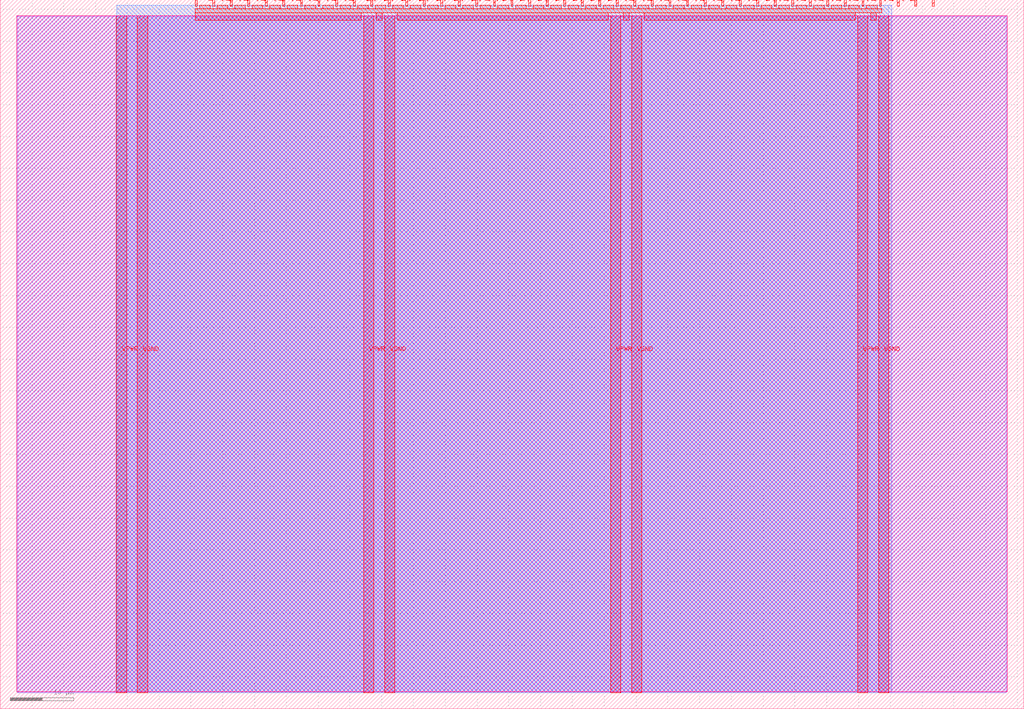
<source format=lef>
VERSION 5.7 ;
  NOWIREEXTENSIONATPIN ON ;
  DIVIDERCHAR "/" ;
  BUSBITCHARS "[]" ;
MACRO tt_um_wokwi_412823799722662913
  CLASS BLOCK ;
  FOREIGN tt_um_wokwi_412823799722662913 ;
  ORIGIN 0.000 0.000 ;
  SIZE 161.000 BY 111.520 ;
  PIN VGND
    DIRECTION INOUT ;
    USE GROUND ;
    PORT
      LAYER met4 ;
        RECT 21.580 2.480 23.180 109.040 ;
    END
    PORT
      LAYER met4 ;
        RECT 60.450 2.480 62.050 109.040 ;
    END
    PORT
      LAYER met4 ;
        RECT 99.320 2.480 100.920 109.040 ;
    END
    PORT
      LAYER met4 ;
        RECT 138.190 2.480 139.790 109.040 ;
    END
  END VGND
  PIN VPWR
    DIRECTION INOUT ;
    USE POWER ;
    PORT
      LAYER met4 ;
        RECT 18.280 2.480 19.880 109.040 ;
    END
    PORT
      LAYER met4 ;
        RECT 57.150 2.480 58.750 109.040 ;
    END
    PORT
      LAYER met4 ;
        RECT 96.020 2.480 97.620 109.040 ;
    END
    PORT
      LAYER met4 ;
        RECT 134.890 2.480 136.490 109.040 ;
    END
  END VPWR
  PIN clk
    DIRECTION INPUT ;
    USE SIGNAL ;
    PORT
      LAYER met4 ;
        RECT 143.830 110.520 144.130 111.520 ;
    END
  END clk
  PIN ena
    DIRECTION INPUT ;
    USE SIGNAL ;
    PORT
      LAYER met4 ;
        RECT 146.590 110.520 146.890 111.520 ;
    END
  END ena
  PIN rst_n
    DIRECTION INPUT ;
    USE SIGNAL ;
    PORT
      LAYER met4 ;
        RECT 141.070 110.520 141.370 111.520 ;
    END
  END rst_n
  PIN ui_in[0]
    DIRECTION INPUT ;
    USE SIGNAL ;
    ANTENNAGATEAREA 0.196500 ;
    PORT
      LAYER met4 ;
        RECT 138.310 110.520 138.610 111.520 ;
    END
  END ui_in[0]
  PIN ui_in[1]
    DIRECTION INPUT ;
    USE SIGNAL ;
    ANTENNAGATEAREA 0.196500 ;
    PORT
      LAYER met4 ;
        RECT 135.550 110.520 135.850 111.520 ;
    END
  END ui_in[1]
  PIN ui_in[2]
    DIRECTION INPUT ;
    USE SIGNAL ;
    ANTENNAGATEAREA 0.196500 ;
    PORT
      LAYER met4 ;
        RECT 132.790 110.520 133.090 111.520 ;
    END
  END ui_in[2]
  PIN ui_in[3]
    DIRECTION INPUT ;
    USE SIGNAL ;
    ANTENNAGATEAREA 0.196500 ;
    PORT
      LAYER met4 ;
        RECT 130.030 110.520 130.330 111.520 ;
    END
  END ui_in[3]
  PIN ui_in[4]
    DIRECTION INPUT ;
    USE SIGNAL ;
    PORT
      LAYER met4 ;
        RECT 127.270 110.520 127.570 111.520 ;
    END
  END ui_in[4]
  PIN ui_in[5]
    DIRECTION INPUT ;
    USE SIGNAL ;
    PORT
      LAYER met4 ;
        RECT 124.510 110.520 124.810 111.520 ;
    END
  END ui_in[5]
  PIN ui_in[6]
    DIRECTION INPUT ;
    USE SIGNAL ;
    PORT
      LAYER met4 ;
        RECT 121.750 110.520 122.050 111.520 ;
    END
  END ui_in[6]
  PIN ui_in[7]
    DIRECTION INPUT ;
    USE SIGNAL ;
    PORT
      LAYER met4 ;
        RECT 118.990 110.520 119.290 111.520 ;
    END
  END ui_in[7]
  PIN uio_in[0]
    DIRECTION INPUT ;
    USE SIGNAL ;
    PORT
      LAYER met4 ;
        RECT 116.230 110.520 116.530 111.520 ;
    END
  END uio_in[0]
  PIN uio_in[1]
    DIRECTION INPUT ;
    USE SIGNAL ;
    PORT
      LAYER met4 ;
        RECT 113.470 110.520 113.770 111.520 ;
    END
  END uio_in[1]
  PIN uio_in[2]
    DIRECTION INPUT ;
    USE SIGNAL ;
    PORT
      LAYER met4 ;
        RECT 110.710 110.520 111.010 111.520 ;
    END
  END uio_in[2]
  PIN uio_in[3]
    DIRECTION INPUT ;
    USE SIGNAL ;
    PORT
      LAYER met4 ;
        RECT 107.950 110.520 108.250 111.520 ;
    END
  END uio_in[3]
  PIN uio_in[4]
    DIRECTION INPUT ;
    USE SIGNAL ;
    PORT
      LAYER met4 ;
        RECT 105.190 110.520 105.490 111.520 ;
    END
  END uio_in[4]
  PIN uio_in[5]
    DIRECTION INPUT ;
    USE SIGNAL ;
    PORT
      LAYER met4 ;
        RECT 102.430 110.520 102.730 111.520 ;
    END
  END uio_in[5]
  PIN uio_in[6]
    DIRECTION INPUT ;
    USE SIGNAL ;
    PORT
      LAYER met4 ;
        RECT 99.670 110.520 99.970 111.520 ;
    END
  END uio_in[6]
  PIN uio_in[7]
    DIRECTION INPUT ;
    USE SIGNAL ;
    PORT
      LAYER met4 ;
        RECT 96.910 110.520 97.210 111.520 ;
    END
  END uio_in[7]
  PIN uio_oe[0]
    DIRECTION OUTPUT ;
    USE SIGNAL ;
    PORT
      LAYER met4 ;
        RECT 49.990 110.520 50.290 111.520 ;
    END
  END uio_oe[0]
  PIN uio_oe[1]
    DIRECTION OUTPUT ;
    USE SIGNAL ;
    PORT
      LAYER met4 ;
        RECT 47.230 110.520 47.530 111.520 ;
    END
  END uio_oe[1]
  PIN uio_oe[2]
    DIRECTION OUTPUT ;
    USE SIGNAL ;
    PORT
      LAYER met4 ;
        RECT 44.470 110.520 44.770 111.520 ;
    END
  END uio_oe[2]
  PIN uio_oe[3]
    DIRECTION OUTPUT ;
    USE SIGNAL ;
    PORT
      LAYER met4 ;
        RECT 41.710 110.520 42.010 111.520 ;
    END
  END uio_oe[3]
  PIN uio_oe[4]
    DIRECTION OUTPUT ;
    USE SIGNAL ;
    PORT
      LAYER met4 ;
        RECT 38.950 110.520 39.250 111.520 ;
    END
  END uio_oe[4]
  PIN uio_oe[5]
    DIRECTION OUTPUT ;
    USE SIGNAL ;
    PORT
      LAYER met4 ;
        RECT 36.190 110.520 36.490 111.520 ;
    END
  END uio_oe[5]
  PIN uio_oe[6]
    DIRECTION OUTPUT ;
    USE SIGNAL ;
    PORT
      LAYER met4 ;
        RECT 33.430 110.520 33.730 111.520 ;
    END
  END uio_oe[6]
  PIN uio_oe[7]
    DIRECTION OUTPUT ;
    USE SIGNAL ;
    PORT
      LAYER met4 ;
        RECT 30.670 110.520 30.970 111.520 ;
    END
  END uio_oe[7]
  PIN uio_out[0]
    DIRECTION OUTPUT ;
    USE SIGNAL ;
    PORT
      LAYER met4 ;
        RECT 72.070 110.520 72.370 111.520 ;
    END
  END uio_out[0]
  PIN uio_out[1]
    DIRECTION OUTPUT ;
    USE SIGNAL ;
    PORT
      LAYER met4 ;
        RECT 69.310 110.520 69.610 111.520 ;
    END
  END uio_out[1]
  PIN uio_out[2]
    DIRECTION OUTPUT ;
    USE SIGNAL ;
    PORT
      LAYER met4 ;
        RECT 66.550 110.520 66.850 111.520 ;
    END
  END uio_out[2]
  PIN uio_out[3]
    DIRECTION OUTPUT ;
    USE SIGNAL ;
    PORT
      LAYER met4 ;
        RECT 63.790 110.520 64.090 111.520 ;
    END
  END uio_out[3]
  PIN uio_out[4]
    DIRECTION OUTPUT ;
    USE SIGNAL ;
    PORT
      LAYER met4 ;
        RECT 61.030 110.520 61.330 111.520 ;
    END
  END uio_out[4]
  PIN uio_out[5]
    DIRECTION OUTPUT ;
    USE SIGNAL ;
    PORT
      LAYER met4 ;
        RECT 58.270 110.520 58.570 111.520 ;
    END
  END uio_out[5]
  PIN uio_out[6]
    DIRECTION OUTPUT ;
    USE SIGNAL ;
    PORT
      LAYER met4 ;
        RECT 55.510 110.520 55.810 111.520 ;
    END
  END uio_out[6]
  PIN uio_out[7]
    DIRECTION OUTPUT ;
    USE SIGNAL ;
    PORT
      LAYER met4 ;
        RECT 52.750 110.520 53.050 111.520 ;
    END
  END uio_out[7]
  PIN uo_out[0]
    DIRECTION OUTPUT ;
    USE SIGNAL ;
    ANTENNADIFFAREA 0.795200 ;
    PORT
      LAYER met4 ;
        RECT 94.150 110.520 94.450 111.520 ;
    END
  END uo_out[0]
  PIN uo_out[1]
    DIRECTION OUTPUT ;
    USE SIGNAL ;
    ANTENNADIFFAREA 0.445500 ;
    PORT
      LAYER met4 ;
        RECT 91.390 110.520 91.690 111.520 ;
    END
  END uo_out[1]
  PIN uo_out[2]
    DIRECTION OUTPUT ;
    USE SIGNAL ;
    ANTENNADIFFAREA 0.795200 ;
    PORT
      LAYER met4 ;
        RECT 88.630 110.520 88.930 111.520 ;
    END
  END uo_out[2]
  PIN uo_out[3]
    DIRECTION OUTPUT ;
    USE SIGNAL ;
    PORT
      LAYER met4 ;
        RECT 85.870 110.520 86.170 111.520 ;
    END
  END uo_out[3]
  PIN uo_out[4]
    DIRECTION OUTPUT ;
    USE SIGNAL ;
    PORT
      LAYER met4 ;
        RECT 83.110 110.520 83.410 111.520 ;
    END
  END uo_out[4]
  PIN uo_out[5]
    DIRECTION OUTPUT ;
    USE SIGNAL ;
    PORT
      LAYER met4 ;
        RECT 80.350 110.520 80.650 111.520 ;
    END
  END uo_out[5]
  PIN uo_out[6]
    DIRECTION OUTPUT ;
    USE SIGNAL ;
    PORT
      LAYER met4 ;
        RECT 77.590 110.520 77.890 111.520 ;
    END
  END uo_out[6]
  PIN uo_out[7]
    DIRECTION OUTPUT ;
    USE SIGNAL ;
    PORT
      LAYER met4 ;
        RECT 74.830 110.520 75.130 111.520 ;
    END
  END uo_out[7]
  OBS
      LAYER nwell ;
        RECT 2.570 2.635 158.430 108.990 ;
      LAYER li1 ;
        RECT 2.760 2.635 158.240 108.885 ;
      LAYER met1 ;
        RECT 2.760 2.480 158.240 109.040 ;
      LAYER met2 ;
        RECT 18.310 2.535 140.200 110.685 ;
      LAYER met3 ;
        RECT 18.290 2.555 139.780 110.665 ;
      LAYER met4 ;
        RECT 31.370 110.120 33.030 110.665 ;
        RECT 34.130 110.120 35.790 110.665 ;
        RECT 36.890 110.120 38.550 110.665 ;
        RECT 39.650 110.120 41.310 110.665 ;
        RECT 42.410 110.120 44.070 110.665 ;
        RECT 45.170 110.120 46.830 110.665 ;
        RECT 47.930 110.120 49.590 110.665 ;
        RECT 50.690 110.120 52.350 110.665 ;
        RECT 53.450 110.120 55.110 110.665 ;
        RECT 56.210 110.120 57.870 110.665 ;
        RECT 58.970 110.120 60.630 110.665 ;
        RECT 61.730 110.120 63.390 110.665 ;
        RECT 64.490 110.120 66.150 110.665 ;
        RECT 67.250 110.120 68.910 110.665 ;
        RECT 70.010 110.120 71.670 110.665 ;
        RECT 72.770 110.120 74.430 110.665 ;
        RECT 75.530 110.120 77.190 110.665 ;
        RECT 78.290 110.120 79.950 110.665 ;
        RECT 81.050 110.120 82.710 110.665 ;
        RECT 83.810 110.120 85.470 110.665 ;
        RECT 86.570 110.120 88.230 110.665 ;
        RECT 89.330 110.120 90.990 110.665 ;
        RECT 92.090 110.120 93.750 110.665 ;
        RECT 94.850 110.120 96.510 110.665 ;
        RECT 97.610 110.120 99.270 110.665 ;
        RECT 100.370 110.120 102.030 110.665 ;
        RECT 103.130 110.120 104.790 110.665 ;
        RECT 105.890 110.120 107.550 110.665 ;
        RECT 108.650 110.120 110.310 110.665 ;
        RECT 111.410 110.120 113.070 110.665 ;
        RECT 114.170 110.120 115.830 110.665 ;
        RECT 116.930 110.120 118.590 110.665 ;
        RECT 119.690 110.120 121.350 110.665 ;
        RECT 122.450 110.120 124.110 110.665 ;
        RECT 125.210 110.120 126.870 110.665 ;
        RECT 127.970 110.120 129.630 110.665 ;
        RECT 130.730 110.120 132.390 110.665 ;
        RECT 133.490 110.120 135.150 110.665 ;
        RECT 136.250 110.120 137.910 110.665 ;
        RECT 30.655 109.440 138.625 110.120 ;
        RECT 30.655 108.295 56.750 109.440 ;
        RECT 59.150 108.295 60.050 109.440 ;
        RECT 62.450 108.295 95.620 109.440 ;
        RECT 98.020 108.295 98.920 109.440 ;
        RECT 101.320 108.295 134.490 109.440 ;
        RECT 136.890 108.295 137.790 109.440 ;
  END
END tt_um_wokwi_412823799722662913
END LIBRARY


</source>
